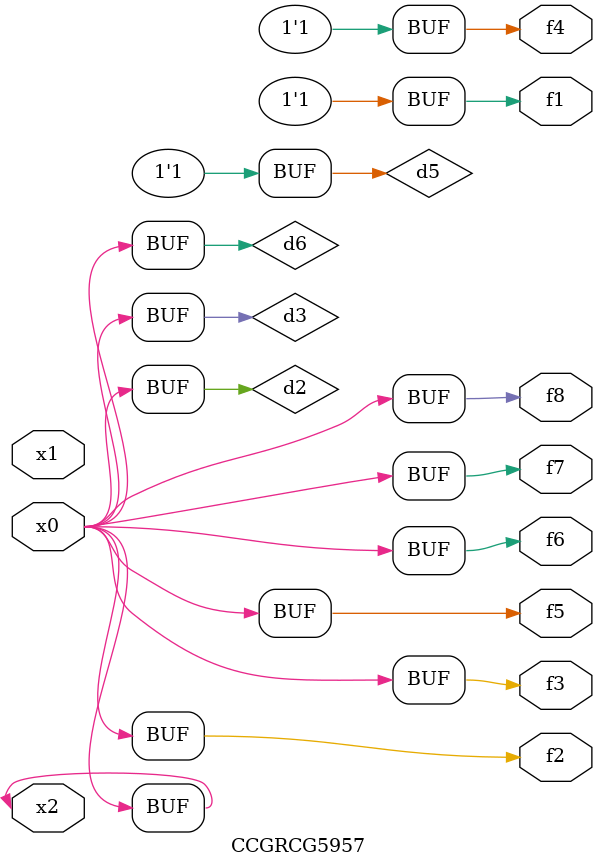
<source format=v>
module CCGRCG5957(
	input x0, x1, x2,
	output f1, f2, f3, f4, f5, f6, f7, f8
);

	wire d1, d2, d3, d4, d5, d6;

	xnor (d1, x2);
	buf (d2, x0, x2);
	and (d3, x0);
	xnor (d4, x1, x2);
	nand (d5, d1, d3);
	buf (d6, d2, d3);
	assign f1 = d5;
	assign f2 = d6;
	assign f3 = d6;
	assign f4 = d5;
	assign f5 = d6;
	assign f6 = d6;
	assign f7 = d6;
	assign f8 = d6;
endmodule

</source>
